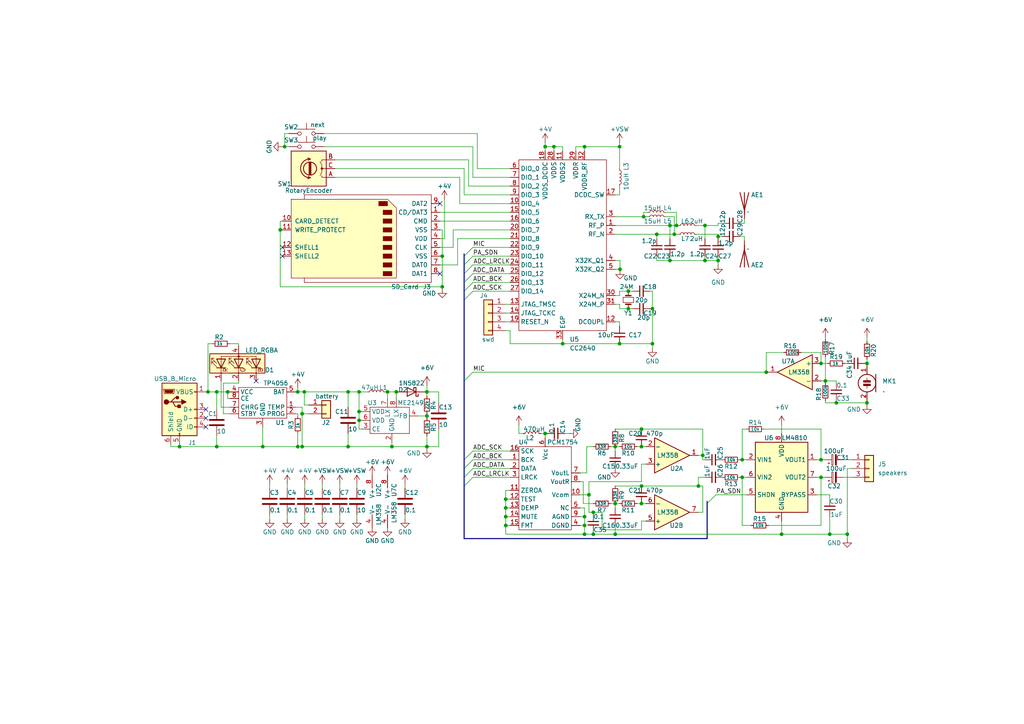
<source format=kicad_sch>
(kicad_sch (version 20211123) (generator eeschema)
  (paper "A4")
  (title_block (title "Ti wireless headphones") (date "2022-05-15") (comment 2 "Mikhail Belkin (+79609615427 dltech174@gmail.com)"))
  (junction (at 251.46 105.41))
  (junction (at 60.325 113.665))
  (junction (at 215.265 133.35))
  (junction (at 186.055 146.05))
  (junction (at 239.395 110.49))
  (junction (at 158.115 125.73))
  (junction (at 87.63 120.015))
  (junction (at 123.825 129.54))
  (junction (at 179.832 78.105))
  (junction (at 123.825 120.65))
  (junction (at 146.685 152.4))
  (junction (at 169.545 154.94))
  (junction (at 163.195 99.695))
  (junction (at 169.545 42.545))
  (junction (at 170.815 143.51))
  (junction (at 238.125 138.43))
  (junction (at 62.865 129.54))
  (junction (at 242.57 116.84))
  (junction (at 128.27 83.185))
  (junction (at 160.655 42.545))
  (junction (at 114.935 113.665))
  (junction (at 189.23 89.535))
  (junction (at 240.665 154.94))
  (junction (at 113.665 129.54))
  (junction (at 128.27 74.295))
  (junction (at 189.23 99.695))
  (junction (at 215.265 138.43))
  (junction (at 76.2 129.54))
  (junction (at 186.055 140.97))
  (junction (at 146.685 144.78))
  (junction (at 178.435 154.94))
  (junction (at 81.28 66.675))
  (junction (at 123.825 113.665))
  (junction (at 204.47 75.565))
  (junction (at 208.28 68.58))
  (junction (at 158.115 42.545))
  (junction (at 194.31 75.565))
  (junction (at 182.245 84.455))
  (junction (at 222.25 107.95))
  (junction (at 172.085 148.59))
  (junction (at 146.685 149.86))
  (junction (at 87.63 129.54))
  (junction (at 203.835 132.08))
  (junction (at 86.36 113.665))
  (junction (at 62.865 113.665))
  (junction (at 100.965 129.54))
  (junction (at 238.125 105.41))
  (junction (at 146.685 147.32))
  (junction (at 100.965 113.665))
  (junction (at 82.55 42.545))
  (junction (at 66.04 113.665))
  (junction (at 204.47 65.405))
  (junction (at 202.565 140.97))
  (junction (at 186.69 62.865))
  (junction (at 245.745 154.94))
  (junction (at 178.435 146.05))
  (junction (at 104.14 113.665))
  (junction (at 182.245 89.535))
  (junction (at 179.705 99.695))
  (junction (at 251.46 116.84))
  (junction (at 195.58 67.945))
  (junction (at 86.36 129.54))
  (junction (at 169.545 152.4))
  (junction (at 88.265 113.665))
  (junction (at 104.14 119.38))
  (junction (at 112.395 113.665))
  (junction (at 169.545 149.86))
  (junction (at 172.085 154.94))
  (junction (at 104.14 121.92))
  (junction (at 178.435 129.54))
  (junction (at 52.07 129.54))
  (junction (at 196.215 65.405))
  (junction (at 238.125 133.35))
  (junction (at 179.705 42.545))
  (junction (at 226.695 154.94))
  (junction (at 186.055 129.54))
  (junction (at 190.5 67.945))
  (junction (at 208.28 75.565))
  (junction (at 194.31 65.405))
  (junction (at 186.055 124.46))
  (no_connect (at 81.915 71.755))
  (no_connect (at 81.915 74.295))
  (no_connect (at 59.69 123.825))
  (no_connect (at 59.69 118.745))
  (no_connect (at 59.69 121.285))
  (no_connect (at 127.635 59.055))
  (no_connect (at 127.635 79.375))
  (no_connect (at 74.295 110.49))
  (bus_entry (at 134.62 110.49) (size 2.54 -2.54))
  (bus_entry (at 134.62 76.835) (size 2.54 -2.54))
  (bus_entry (at 134.62 74.295) (size 2.54 -2.54))
  (bus_entry (at 134.62 84.455) (size 2.54 -2.54))
  (bus_entry (at 134.62 86.995) (size 2.54 -2.54))
  (bus_entry (at 134.62 79.375) (size 2.54 -2.54))
  (bus_entry (at 134.62 81.915) (size 2.54 -2.54))
  (bus_entry (at 205.105 146.05) (size 2.54 -2.54))
  (bus_entry (at 134.62 135.89) (size 2.54 -2.54))
  (bus_entry (at 134.62 133.35) (size 2.54 -2.54))
  (bus_entry (at 134.62 140.97) (size 2.54 -2.54))
  (bus_entry (at 134.62 138.43) (size 2.54 -2.54))
  (wire (pts (xy 138.43 48.895) (xy 147.955 48.895)))
  (wire (pts (xy 190.5 67.945) (xy 195.58 67.945)))
  (wire (pts (xy 186.055 129.54) (xy 187.325 129.54)))
  (wire (pts (xy 193.04 62.865) (xy 195.58 62.865)))
  (wire (pts (xy 69.215 111.125) (xy 64.77 111.125)))
  (wire (pts (xy 98.552 140.335) (xy 98.552 141.605)))
  (wire (pts (xy 163.195 42.545) (xy 160.655 42.545)))
  (wire (pts (xy 103.505 149.225) (xy 103.505 150.495)))
  (wire (pts (xy 203.835 148.59) (xy 202.565 148.59)))
  (wire (pts (xy 178.435 129.54) (xy 179.705 129.54)))
  (wire (pts (xy 147.955 51.435) (xy 137.16 51.435)))
  (wire (pts (xy 239.395 110.49) (xy 239.395 111.125)))
  (wire (pts (xy 113.665 129.54) (xy 123.825 129.54)))
  (wire (pts (xy 178.435 93.345) (xy 179.705 93.345)))
  (wire (pts (xy 150.495 125.73) (xy 151.765 125.73)))
  (wire (pts (xy 179.832 78.105) (xy 179.832 78.359)))
  (wire (pts (xy 146.685 149.86) (xy 147.955 149.86)))
  (wire (pts (xy 81.28 83.185) (xy 81.28 66.675)))
  (wire (pts (xy 100.965 113.665) (xy 100.965 118.11)))
  (wire (pts (xy 163.195 99.695) (xy 179.705 99.695)))
  (wire (pts (xy 208.28 68.58) (xy 209.55 68.58)))
  (wire (pts (xy 186.055 153.67) (xy 174.625 153.67)))
  (wire (pts (xy 182.245 89.535) (xy 183.515 89.535)))
  (wire (pts (xy 123.19 113.665) (xy 123.825 113.665)))
  (wire (pts (xy 204.47 75.565) (xy 208.28 75.565)))
  (wire (pts (xy 178.435 78.105) (xy 179.832 78.105)))
  (bus (pts (xy 134.62 73.66) (xy 134.62 74.295)))
  (wire (pts (xy 251.46 116.84) (xy 242.57 116.84)))
  (wire (pts (xy 240.665 149.86) (xy 240.665 154.94)))
  (wire (pts (xy 167.005 42.545) (xy 169.545 42.545)))
  (wire (pts (xy 202.565 140.97) (xy 202.565 138.43)))
  (wire (pts (xy 179.705 56.515) (xy 179.705 53.975)))
  (wire (pts (xy 189.23 99.695) (xy 189.23 100.965)))
  (wire (pts (xy 251.46 104.14) (xy 251.46 105.41)))
  (wire (pts (xy 146.685 147.32) (xy 146.685 149.86)))
  (bus (pts (xy 134.62 86.995) (xy 134.62 110.49)))
  (wire (pts (xy 226.695 154.94) (xy 226.695 151.13)))
  (wire (pts (xy 195.58 62.865) (xy 195.58 67.945)))
  (wire (pts (xy 203.835 140.97) (xy 203.835 148.59)))
  (wire (pts (xy 78.232 149.225) (xy 78.232 150.495)))
  (wire (pts (xy 158.115 41.275) (xy 158.115 42.545)))
  (wire (pts (xy 172.085 154.305) (xy 172.085 154.94)))
  (wire (pts (xy 128.27 83.185) (xy 128.27 83.82)))
  (wire (pts (xy 179.705 84.455) (xy 182.245 84.455)))
  (wire (pts (xy 238.125 138.43) (xy 236.855 138.43)))
  (wire (pts (xy 135.89 46.355) (xy 135.89 53.975)))
  (wire (pts (xy 215.265 152.4) (xy 217.805 152.4)))
  (wire (pts (xy 187.96 61.595) (xy 186.69 61.595)))
  (wire (pts (xy 239.395 110.49) (xy 242.57 110.49)))
  (wire (pts (xy 137.16 74.295) (xy 147.955 74.295)))
  (wire (pts (xy 114.935 113.665) (xy 115.57 113.665)))
  (wire (pts (xy 146.685 142.24) (xy 147.955 142.24)))
  (wire (pts (xy 127.254 129.54) (xy 127.254 124.46)))
  (wire (pts (xy 137.16 51.435) (xy 137.16 42.545)))
  (wire (pts (xy 104.775 119.38) (xy 104.14 119.38)))
  (wire (pts (xy 208.28 75.565) (xy 208.28 74.295)))
  (wire (pts (xy 127.635 61.595) (xy 147.955 61.595)))
  (bus (pts (xy 134.62 84.455) (xy 134.62 86.995)))
  (wire (pts (xy 204.47 75.565) (xy 204.47 74.295)))
  (wire (pts (xy 215.265 138.43) (xy 216.535 138.43)))
  (wire (pts (xy 178.435 85.725) (xy 179.705 85.725)))
  (wire (pts (xy 208.28 67.945) (xy 208.28 68.58)))
  (wire (pts (xy 147.955 66.675) (xy 131.445 66.675)))
  (wire (pts (xy 62.865 126.365) (xy 62.865 129.54)))
  (bus (pts (xy 134.62 81.915) (xy 134.62 84.455)))
  (wire (pts (xy 215.265 124.46) (xy 216.535 124.46)))
  (wire (pts (xy 178.435 124.46) (xy 186.055 124.46)))
  (wire (pts (xy 103.505 141.605) (xy 103.505 140.335)))
  (wire (pts (xy 179.705 88.265) (xy 179.705 89.535)))
  (wire (pts (xy 203.835 132.08) (xy 203.835 133.35)))
  (wire (pts (xy 117.475 141.605) (xy 117.475 140.335)))
  (wire (pts (xy 76.2 129.54) (xy 86.36 129.54)))
  (wire (pts (xy 186.055 146.05) (xy 187.325 146.05)))
  (wire (pts (xy 93.98 42.545) (xy 137.16 42.545)))
  (bus (pts (xy 134.62 76.835) (xy 134.62 79.375)))
  (wire (pts (xy 69.215 99.695) (xy 66.675 99.695)))
  (wire (pts (xy 240.665 143.51) (xy 240.665 144.78)))
  (wire (pts (xy 179.832 75.565) (xy 179.832 78.105)))
  (wire (pts (xy 78.232 140.335) (xy 78.232 141.605)))
  (wire (pts (xy 201.93 67.945) (xy 208.28 67.945)))
  (bus (pts (xy 134.62 79.375) (xy 134.62 81.915)))
  (wire (pts (xy 227.33 102.235) (xy 222.25 102.235)))
  (wire (pts (xy 194.31 69.215) (xy 194.31 65.405)))
  (wire (pts (xy 87.63 120.015) (xy 87.63 129.54)))
  (wire (pts (xy 178.435 56.515) (xy 179.705 56.515)))
  (wire (pts (xy 177.165 146.05) (xy 178.435 146.05)))
  (wire (pts (xy 87.63 129.54) (xy 100.965 129.54)))
  (wire (pts (xy 163.195 43.815) (xy 163.195 42.545)))
  (wire (pts (xy 169.545 152.4) (xy 169.545 154.94)))
  (wire (pts (xy 189.23 89.535) (xy 189.23 84.455)))
  (wire (pts (xy 146.685 147.32) (xy 147.955 147.32)))
  (wire (pts (xy 146.685 144.78) (xy 147.955 144.78)))
  (wire (pts (xy 174.625 153.67) (xy 174.625 148.59)))
  (wire (pts (xy 169.164 139.7) (xy 168.275 139.7)))
  (wire (pts (xy 186.055 140.97) (xy 202.565 140.97)))
  (wire (pts (xy 239.395 116.84) (xy 242.57 116.84)))
  (wire (pts (xy 203.835 124.46) (xy 203.835 132.08)))
  (wire (pts (xy 244.475 138.43) (xy 247.015 138.43)))
  (wire (pts (xy 100.965 129.54) (xy 113.665 129.54)))
  (wire (pts (xy 128.27 83.185) (xy 81.28 83.185)))
  (wire (pts (xy 226.695 123.19) (xy 226.695 125.73)))
  (wire (pts (xy 240.665 154.94) (xy 245.745 154.94)))
  (wire (pts (xy 86.36 113.665) (xy 88.265 113.665)))
  (wire (pts (xy 88.265 117.475) (xy 88.265 113.665)))
  (wire (pts (xy 49.53 129.54) (xy 52.07 129.54)))
  (wire (pts (xy 88.265 113.665) (xy 100.965 113.665)))
  (wire (pts (xy 194.31 65.405) (xy 196.215 65.405)))
  (wire (pts (xy 146.685 144.78) (xy 146.685 147.32)))
  (wire (pts (xy 100.965 113.665) (xy 104.14 113.665)))
  (wire (pts (xy 81.28 64.135) (xy 81.28 66.675)))
  (wire (pts (xy 158.115 125.73) (xy 156.845 125.73)))
  (wire (pts (xy 251.46 116.205) (xy 251.46 116.84)))
  (wire (pts (xy 186.69 62.865) (xy 187.96 62.865)))
  (bus (pts (xy 134.62 133.35) (xy 134.62 135.89)))
  (wire (pts (xy 132.715 69.215) (xy 147.955 69.215)))
  (wire (pts (xy 137.16 133.35) (xy 147.955 133.35)))
  (wire (pts (xy 61.595 99.695) (xy 60.325 99.695)))
  (wire (pts (xy 186.055 124.46) (xy 203.835 124.46)))
  (wire (pts (xy 169.545 149.86) (xy 169.545 152.4)))
  (wire (pts (xy 238.125 110.49) (xy 239.395 110.49)))
  (wire (pts (xy 64.77 111.125) (xy 64.77 120.015)))
  (wire (pts (xy 168.275 137.16) (xy 170.18 137.16)))
  (wire (pts (xy 178.435 75.565) (xy 179.832 75.565)))
  (wire (pts (xy 242.57 116.205) (xy 242.57 116.84)))
  (wire (pts (xy 170.815 139.7) (xy 170.815 143.51)))
  (wire (pts (xy 117.475 149.225) (xy 117.475 150.495)))
  (wire (pts (xy 127.635 66.675) (xy 128.27 66.675)))
  (wire (pts (xy 83.312 140.335) (xy 83.312 141.605)))
  (wire (pts (xy 66.04 115.57) (xy 66.04 113.665)))
  (wire (pts (xy 236.855 143.51) (xy 240.665 143.51)))
  (wire (pts (xy 104.775 121.92) (xy 104.14 121.92)))
  (wire (pts (xy 245.11 105.41) (xy 245.745 105.41)))
  (wire (pts (xy 127.635 64.135) (xy 147.955 64.135)))
  (wire (pts (xy 179.705 93.345) (xy 179.705 94.615)))
  (wire (pts (xy 146.685 142.24) (xy 146.685 144.78)))
  (wire (pts (xy 69.215 100.33) (xy 69.215 99.695)))
  (wire (pts (xy 104.14 113.665) (xy 106.68 113.665)))
  (wire (pts (xy 137.16 138.43) (xy 147.955 138.43)))
  (wire (pts (xy 186.055 151.13) (xy 187.325 151.13)))
  (wire (pts (xy 169.164 146.05) (xy 169.164 139.7)))
  (wire (pts (xy 238.125 102.235) (xy 238.125 105.41)))
  (wire (pts (xy 62.865 113.665) (xy 66.04 113.665)))
  (wire (pts (xy 194.31 75.565) (xy 204.47 75.565)))
  (wire (pts (xy 62.865 129.54) (xy 76.2 129.54)))
  (bus (pts (xy 134.62 135.89) (xy 134.62 138.43)))
  (wire (pts (xy 247.015 135.89) (xy 245.745 135.89)))
  (wire (pts (xy 93.98 38.735) (xy 138.43 38.735)))
  (wire (pts (xy 214.63 138.43) (xy 215.265 138.43)))
  (wire (pts (xy 186.055 151.13) (xy 186.055 153.67)))
  (wire (pts (xy 66.04 113.665) (xy 66.675 113.665)))
  (wire (pts (xy 158.115 127) (xy 158.115 125.73)))
  (wire (pts (xy 189.23 99.695) (xy 189.23 89.535)))
  (wire (pts (xy 158.115 125.73) (xy 158.75 125.73)))
  (bus (pts (xy 134.62 74.295) (xy 134.62 76.835)))
  (wire (pts (xy 238.125 138.43) (xy 238.125 152.4)))
  (wire (pts (xy 147.955 59.055) (xy 133.35 59.055)))
  (wire (pts (xy 202.565 138.43) (xy 204.47 138.43)))
  (wire (pts (xy 81.915 42.545) (xy 82.55 42.545)))
  (wire (pts (xy 66.675 115.57) (xy 66.04 115.57)))
  (wire (pts (xy 204.47 65.405) (xy 208.28 65.405)))
  (wire (pts (xy 194.31 74.295) (xy 194.31 75.565)))
  (wire (pts (xy 85.725 118.11) (xy 87.63 118.11)))
  (wire (pts (xy 215.9 68.58) (xy 215.9 69.85)))
  (wire (pts (xy 239.395 103.505) (xy 239.395 110.49)))
  (wire (pts (xy 104.14 124.46) (xy 104.14 121.92)))
  (wire (pts (xy 202.565 140.97) (xy 203.835 140.97)))
  (wire (pts (xy 244.475 133.35) (xy 247.015 133.35)))
  (wire (pts (xy 123.825 113.665) (xy 127.254 113.665)))
  (wire (pts (xy 97.155 46.355) (xy 135.89 46.355)))
  (wire (pts (xy 86.36 120.65) (xy 86.36 120.015)))
  (wire (pts (xy 146.685 93.345) (xy 147.955 93.345)))
  (wire (pts (xy 59.69 113.665) (xy 60.325 113.665)))
  (wire (pts (xy 123.825 120.65) (xy 123.825 121.285)))
  (wire (pts (xy 222.885 152.4) (xy 238.125 152.4)))
  (wire (pts (xy 190.5 74.295) (xy 190.5 75.565)))
  (wire (pts (xy 66.675 118.11) (xy 64.135 118.11)))
  (wire (pts (xy 150.495 123.19) (xy 150.495 125.73)))
  (wire (pts (xy 215.265 138.43) (xy 215.265 152.4)))
  (wire (pts (xy 250.825 105.41) (xy 251.46 105.41)))
  (wire (pts (xy 238.125 124.46) (xy 238.125 133.35)))
  (wire (pts (xy 146.685 149.86) (xy 146.685 152.4)))
  (wire (pts (xy 112.395 113.665) (xy 112.395 115.57)))
  (wire (pts (xy 146.685 90.805) (xy 147.955 90.805)))
  (wire (pts (xy 214.63 64.77) (xy 215.9 64.77)))
  (wire (pts (xy 133.35 51.435) (xy 133.35 59.055)))
  (wire (pts (xy 169.164 146.05) (xy 172.085 146.05)))
  (wire (pts (xy 184.785 146.05) (xy 186.055 146.05)))
  (wire (pts (xy 81.28 66.675) (xy 81.915 66.675)))
  (wire (pts (xy 97.155 48.895) (xy 134.62 48.895)))
  (wire (pts (xy 242.57 110.49) (xy 242.57 111.125)))
  (wire (pts (xy 98.552 149.225) (xy 98.552 150.495)))
  (wire (pts (xy 52.07 128.905) (xy 52.07 129.54)))
  (wire (pts (xy 52.07 129.54) (xy 62.865 129.54)))
  (wire (pts (xy 178.435 154.94) (xy 172.085 154.94)))
  (wire (pts (xy 88.392 149.225) (xy 88.392 150.495)))
  (wire (pts (xy 215.9 64.77) (xy 215.9 63.5)))
  (wire (pts (xy 245.745 154.94) (xy 245.745 156.21)))
  (wire (pts (xy 179.705 42.545) (xy 169.545 42.545)))
  (wire (pts (xy 215.265 133.35) (xy 216.535 133.35)))
  (wire (pts (xy 137.16 130.81) (xy 147.955 130.81)))
  (wire (pts (xy 196.215 65.405) (xy 196.85 65.405)))
  (wire (pts (xy 137.16 76.835) (xy 147.955 76.835)))
  (wire (pts (xy 168.275 143.51) (xy 170.815 143.51)))
  (wire (pts (xy 178.435 146.05) (xy 179.705 146.05)))
  (wire (pts (xy 82.55 38.735) (xy 82.55 42.545)))
  (wire (pts (xy 178.435 146.05) (xy 178.435 147.32)))
  (wire (pts (xy 114.935 113.665) (xy 114.935 115.57)))
  (wire (pts (xy 238.125 133.35) (xy 239.395 133.35)))
  (wire (pts (xy 174.625 148.59) (xy 172.085 148.59)))
  (bus (pts (xy 205.105 146.05) (xy 205.105 156.21)))
  (wire (pts (xy 87.63 118.11) (xy 87.63 120.015)))
  (wire (pts (xy 86.36 112.395) (xy 86.36 113.665)))
  (wire (pts (xy 226.695 154.94) (xy 240.665 154.94)))
  (bus (pts (xy 205.105 145.415) (xy 205.105 146.05)))
  (wire (pts (xy 127.635 71.755) (xy 131.445 71.755)))
  (wire (pts (xy 127.254 113.665) (xy 127.254 116.84)))
  (wire (pts (xy 221.615 124.46) (xy 238.125 124.46)))
  (wire (pts (xy 87.63 129.54) (xy 86.36 129.54)))
  (bus (pts (xy 134.62 110.49) (xy 134.62 133.35)))
  (wire (pts (xy 169.545 42.545) (xy 169.545 43.815)))
  (wire (pts (xy 127.635 69.215) (xy 128.905 69.215)))
  (wire (pts (xy 186.055 134.62) (xy 186.055 139.7)))
  (wire (pts (xy 188.595 84.455) (xy 189.23 84.455)))
  (wire (pts (xy 60.325 99.695) (xy 60.325 113.665)))
  (wire (pts (xy 86.36 129.54) (xy 86.36 125.73)))
  (wire (pts (xy 158.115 42.545) (xy 160.655 42.545)))
  (wire (pts (xy 137.16 81.915) (xy 147.955 81.915)))
  (wire (pts (xy 104.775 124.46) (xy 104.14 124.46)))
  (wire (pts (xy 86.36 120.015) (xy 85.725 120.015)))
  (wire (pts (xy 251.46 105.41) (xy 251.46 106.045)))
  (wire (pts (xy 128.27 66.675) (xy 128.27 74.295)))
  (wire (pts (xy 113.665 128.27) (xy 113.665 129.54)))
  (wire (pts (xy 128.27 74.295) (xy 128.27 83.185)))
  (wire (pts (xy 93.472 149.225) (xy 93.472 150.495)))
  (wire (pts (xy 172.085 129.54) (xy 170.18 129.54)))
  (wire (pts (xy 138.43 38.735) (xy 138.43 48.895)))
  (wire (pts (xy 222.25 102.235) (xy 222.25 107.95)))
  (wire (pts (xy 137.16 135.89) (xy 147.955 135.89)))
  (wire (pts (xy 128.27 74.295) (xy 127.635 74.295)))
  (wire (pts (xy 178.435 154.94) (xy 226.695 154.94)))
  (wire (pts (xy 215.265 124.46) (xy 215.265 133.35)))
  (wire (pts (xy 93.472 140.335) (xy 93.472 141.605)))
  (wire (pts (xy 204.47 65.405) (xy 201.93 65.405)))
  (wire (pts (xy 184.785 129.54) (xy 186.055 129.54)))
  (wire (pts (xy 182.245 84.455) (xy 183.515 84.455)))
  (wire (pts (xy 172.085 148.59) (xy 172.085 149.225)))
  (wire (pts (xy 64.135 118.11) (xy 64.135 110.49)))
  (wire (pts (xy 168.275 149.86) (xy 169.545 149.86)))
  (wire (pts (xy 146.685 95.885) (xy 147.955 95.885)))
  (wire (pts (xy 208.28 75.565) (xy 208.28 76.835)))
  (wire (pts (xy 168.275 152.4) (xy 169.545 152.4)))
  (wire (pts (xy 158.115 43.815) (xy 158.115 42.545)))
  (wire (pts (xy 204.47 69.215) (xy 204.47 65.405)))
  (wire (pts (xy 88.392 140.335) (xy 88.392 141.605)))
  (wire (pts (xy 238.125 138.43) (xy 239.395 138.43)))
  (wire (pts (xy 169.545 147.32) (xy 168.275 147.32)))
  (wire (pts (xy 178.435 65.405) (xy 194.31 65.405)))
  (wire (pts (xy 81.915 64.135) (xy 81.28 64.135)))
  (wire (pts (xy 222.25 107.95) (xy 222.885 107.95)))
  (wire (pts (xy 214.63 68.58) (xy 215.9 68.58)))
  (wire (pts (xy 146.685 152.4) (xy 147.955 152.4)))
  (wire (pts (xy 64.77 120.015) (xy 66.675 120.015)))
  (wire (pts (xy 123.825 126.365) (xy 123.825 129.54)))
  (wire (pts (xy 170.18 129.54) (xy 170.18 137.16)))
  (wire (pts (xy 104.14 113.665) (xy 104.14 119.38)))
  (wire (pts (xy 169.545 149.86) (xy 169.545 147.32)))
  (wire (pts (xy 179.705 48.895) (xy 179.705 42.545)))
  (wire (pts (xy 208.28 65.405) (xy 208.28 64.77)))
  (wire (pts (xy 60.325 113.665) (xy 62.865 113.665)))
  (wire (pts (xy 203.835 132.08) (xy 202.565 132.08)))
  (wire (pts (xy 193.04 61.595) (xy 196.215 61.595)))
  (wire (pts (xy 172.085 148.59) (xy 170.815 148.59)))
  (bus (pts (xy 134.62 140.97) (xy 134.62 156.21)))
  (wire (pts (xy 146.685 152.4) (xy 146.685 154.94)))
  (wire (pts (xy 188.595 89.535) (xy 189.23 89.535)))
  (wire (pts (xy 195.58 67.945) (xy 196.85 67.945)))
  (wire (pts (xy 207.645 143.51) (xy 216.535 143.51)))
  (wire (pts (xy 163.195 98.425) (xy 163.195 99.695)))
  (wire (pts (xy 178.435 129.54) (xy 178.435 130.81)))
  (wire (pts (xy 87.63 120.015) (xy 89.535 120.015)))
  (wire (pts (xy 82.55 42.545) (xy 83.82 42.545)))
  (wire (pts (xy 134.62 56.515) (xy 147.955 56.515)))
  (wire (pts (xy 123.825 129.54) (xy 127.254 129.54)))
  (wire (pts (xy 112.395 113.665) (xy 114.935 113.665)))
  (wire (pts (xy 187.325 134.62) (xy 186.055 134.62)))
  (wire (pts (xy 100.965 125.73) (xy 100.965 129.54)))
  (wire (pts (xy 123.825 111.76) (xy 123.825 113.665)))
  (wire (pts (xy 178.435 88.265) (xy 179.705 88.265)))
  (wire (pts (xy 251.46 97.79) (xy 251.46 99.06)))
  (wire (pts (xy 131.445 66.675) (xy 131.445 71.755)))
  (wire (pts (xy 137.16 79.375) (xy 147.955 79.375)))
  (wire (pts (xy 76.2 129.54) (xy 76.2 123.825)))
  (wire (pts (xy 178.435 62.865) (xy 186.69 62.865)))
  (wire (pts (xy 203.835 133.35) (xy 204.47 133.35)))
  (wire (pts (xy 196.215 61.595) (xy 196.215 65.405)))
  (wire (pts (xy 179.705 99.695) (xy 189.23 99.695)))
  (wire (pts (xy 186.69 61.595) (xy 186.69 62.865)))
  (wire (pts (xy 170.815 139.7) (xy 186.055 139.7)))
  (wire (pts (xy 69.215 111.125) (xy 69.215 110.49)))
  (wire (pts (xy 123.825 113.665) (xy 123.825 114.935)))
  (wire (pts (xy 111.76 113.665) (xy 112.395 113.665)))
  (wire (pts (xy 238.125 133.35) (xy 236.855 133.35)))
  (wire (pts (xy 134.62 48.895) (xy 134.62 56.515)))
  (wire (pts (xy 190.5 75.565) (xy 194.31 75.565)))
  (wire (pts (xy 146.685 88.265) (xy 147.955 88.265)))
  (wire (pts (xy 177.165 129.54) (xy 178.435 129.54)))
  (bus (pts (xy 134.62 156.21) (xy 205.105 156.21)))
  (wire (pts (xy 238.125 105.41) (xy 240.03 105.41)))
  (wire (pts (xy 89.535 117.475) (xy 88.265 117.475)))
  (wire (pts (xy 167.005 43.815) (xy 167.005 42.545)))
  (wire (pts (xy 178.435 152.4) (xy 178.435 154.94)))
  (wire (pts (xy 178.435 140.97) (xy 186.055 140.97)))
  (wire (pts (xy 172.085 154.94) (xy 169.545 154.94)))
  (wire (pts (xy 239.395 116.205) (xy 239.395 116.84)))
  (wire (pts (xy 232.41 102.235) (xy 238.125 102.235)))
  (wire (pts (xy 251.46 116.84) (xy 251.46 117.475)))
  (wire (pts (xy 123.825 129.54) (xy 123.825 130.175)))
  (wire (pts (xy 147.955 53.975) (xy 135.89 53.975)))
  (wire (pts (xy 190.5 69.215) (xy 190.5 67.945)))
  (wire (pts (xy 127.635 76.835) (xy 132.715 76.835)))
  (wire (pts (xy 170.815 148.59) (xy 170.815 143.51)))
  (wire (pts (xy 82.55 38.735) (xy 83.82 38.735)))
  (wire (pts (xy 49.53 128.905) (xy 49.53 129.54)))
  (wire (pts (xy 208.28 64.77) (xy 209.55 64.77)))
  (wire (pts (xy 85.725 113.665) (xy 86.36 113.665)))
  (wire (pts (xy 179.705 41.275) (xy 179.705 42.545)))
  (wire (pts (xy 121.285 120.65) (xy 123.825 120.65)))
  (wire (pts (xy 104.14 119.38) (xy 104.14 121.92)))
  (wire (pts (xy 132.715 76.835) (xy 132.715 69.215)))
  (wire (pts (xy 137.16 84.455) (xy 147.955 84.455)))
  (wire (pts (xy 97.155 51.435) (xy 133.35 51.435)))
  (wire (pts (xy 239.395 97.79) (xy 239.395 98.425)))
  (wire (pts (xy 147.955 95.885) (xy 147.955 99.695)))
  (wire (pts (xy 62.865 113.665) (xy 62.865 118.745)))
  (bus (pts (xy 134.62 138.43) (xy 134.62 140.97)))
  (wire (pts (xy 179.705 85.725) (xy 179.705 84.455)))
  (wire (pts (xy 146.685 154.94) (xy 169.545 154.94)))
  (wire (pts (xy 137.16 71.755) (xy 147.955 71.755)))
  (wire (pts (xy 163.83 125.73) (xy 165.1 125.73)))
  (wire (pts (xy 147.955 99.695) (xy 163.195 99.695)))
  (wire (pts (xy 245.745 135.89) (xy 245.745 154.94)))
  (wire (pts (xy 160.655 42.545) (xy 160.655 43.815)))
  (wire (pts (xy 83.312 149.225) (xy 83.312 150.495)))
  (wire (pts (xy 128.905 69.215) (xy 128.905 57.785)))
  (wire (pts (xy 123.825 120.015) (xy 123.825 120.65)))
  (wire (pts (xy 178.435 67.945) (xy 190.5 67.945)))
  (wire (pts (xy 137.16 107.95) (xy 222.25 107.95)))
  (wire (pts (xy 214.63 133.35) (xy 215.265 133.35)))
  (wire (pts (xy 208.28 68.58) (xy 208.28 69.215)))
  (wire (pts (xy 179.705 89.535) (xy 182.245 89.535)))
  (label "PA_SDN" (at 207.645 143.51 0))
  (label "ADC_BCK" (at 137.16 81.915 0))
  (label "ADC_DATA" (at 137.16 79.375 0))
  (label "ADC_DATA" (at 137.16 135.89 0))
  (label "ADC_BCK" (at 137.16 133.35 0))
  (label "ADC_SCK" (at 137.16 130.81 0))
  (label "MIC" (at 137.16 107.95 0))
  (label "ADC_SCK" (at 137.16 84.455 0))
  (label "ADC_LRCLK" (at 137.287 76.835 0))
  (label "ADC_LRCLK" (at 137.16 138.43 0))
  (label "MIC" (at 137.16 71.755 0))
  (label "PA_SDN" (at 137.16 74.295 0))
  (symbol (lib_id "Device:R_Small") (at 174.625 146.05 90) (unit 1)
    (property "Reference" "R7" (at 175.895 147.955 90) (effects (justify left)))
    (property "Value" "33R" (at 175.895 146.05 90) (effects (font (size 0.9 0.9)) (justify left)))
    (property "Footprint" "Resistor_SMD:R_0402_1005Metric" (effects hide))
  )
  (symbol (lib_id "Device:Crystal_Small") (at 182.245 86.995 90) (unit 1)
    (property "Reference" "Y1" (at 180.975 90.805 90) (effects (justify right)))
    (property "Value" "24M" (at 179.705 83.185 90) (effects (justify right)))
    (property "Footprint" "Crystal:Crystal_SMD_5032-2Pin_5.0x3.2mm" (effects hide))
  )
  (symbol (lib_id "Device:C_Small") (at 208.28 71.755 0) (unit 1)
    (property "Reference" "C27" (at 208.28 74.295 0) (effects (justify left)))
    (property "Value" "1.2p" (at 208.28 70.485 0) (effects (justify left)))
    (property "Footprint" "Capacitor_SMD:C_0603_1608Metric" (effects hide))
  )
  (symbol (lib_id "Device:C_Small") (at 186.055 143.51 0) (unit 1)
    (property "Reference" "C21" (at 182.245 142.24 0) (effects (justify left)))
    (property "Value" "470p" (at 187.325 142.24 0) (effects (justify left)))
    (property "Footprint" "Capacitor_SMD:C_0603_1608Metric" (effects hide))
  )
  (symbol (lib_id "power:GND") (at 93.472 150.495 0) (unit 1)
    (property "Reference" "#PWR010" (effects hide))
    (property "Value" "GND" (at 93.472 154.305 0))
  )
  (symbol (lib_id "Device:R_Small") (at 182.245 129.54 90) (unit 1)
    (property "Reference" "R10" (at 184.15 131.445 90) (effects (justify left)))
    (property "Value" "10k" (at 183.515 129.54 90) (effects (font (size 0.9 0.9)) (justify left)))
    (property "Footprint" "Resistor_SMD:R_0402_1005Metric" (effects hide))
  )
  (symbol (lib_id "Amplifier_Operational:LM358") (at 194.945 132.08 0) (mirror x) (unit 1)
    (property "Reference" "U2" (at 196.215 135.89 0))
    (property "Value" "LM358" (at 193.675 132.08 0))
    (property "Footprint" "Package_SO:SOIC-8_3.9x4.9mm_P1.27mm" (effects hide))
    (property "Datasheet" "http://www.ti.com/lit/ds/symlink/lm2904-n.pdf" (effects hide))
  )
  (symbol (lib_id "Device:R_Small") (at 219.075 124.46 90) (unit 1)
    (property "Reference" "R14" (at 220.98 122.555 90) (effects (justify left)))
    (property "Value" "10k" (at 220.345 124.46 90) (effects (font (size 0.9 0.9)) (justify left)))
    (property "Footprint" "Resistor_SMD:R_0402_1005Metric" (effects hide))
  )
  (symbol (lib_id "Device:D_Schottky") (at 119.38 113.665 180) (unit 1)
    (property "Reference" "D2" (at 116.84 113.03 0))
    (property "Value" "1N5822" (at 119.38 111.125 0))
    (property "Footprint" "Diode_SMD:D_SMA" (effects hide))
  )
  (symbol (lib_id "Device:R_Small") (at 242.57 105.41 90) (unit 1)
    (property "Reference" "R19" (at 244.475 103.505 90) (effects (justify left)))
    (property "Value" "1k" (at 243.205 105.41 90) (effects (font (size 0.9 0.9)) (justify left)))
    (property "Footprint" "Resistor_SMD:R_0402_1005Metric" (effects hide))
  )
  (symbol (lib_id "power:GND") (at 81.915 42.545 270) (unit 1)
    (property "Reference" "#PWR024" (effects hide))
    (property "Value" "GND" (at 78.105 42.545 0))
  )
  (symbol (lib_id "Device:C") (at 98.552 145.415 0) (unit 1)
    (property "Reference" "C7" (at 98.552 142.875 0) (effects (justify left)))
    (property "Value" "0.1" (at 98.552 147.955 0) (effects (justify left)))
    (property "Footprint" "Capacitor_SMD:C_0402_1005Metric" (effects hide))
  )
  (symbol (lib_id "Device:C") (at 117.475 145.415 0) (unit 1)
    (property "Reference" "C12" (at 117.475 142.875 0) (effects (justify left)))
    (property "Value" "0.1" (at 117.475 147.955 0) (effects (justify left)))
    (property "Footprint" "Capacitor_SMD:C_0402_1005Metric" (effects hide))
  )
  (symbol (lib_id "Device:R_Small") (at 239.395 113.665 180) (unit 1)
    (property "Reference" "R18" (at 237.49 112.395 90) (effects (justify left)))
    (property "Value" "100k" (at 239.395 111.76 90) (effects (font (size 0.9 0.9)) (justify left)))
    (property "Footprint" "Resistor_SMD:R_0402_1005Metric" (effects hide))
  )
  (symbol (lib_id "power:GND") (at 112.395 153.035 0) (unit 1)
    (property "Reference" "#PWR0101" (effects hide))
    (property "Value" "GND" (at 112.395 156.845 0))
  )
  (symbol (lib_id "Device:C_Small") (at 190.5 71.755 0) (unit 1)
    (property "Reference" "C22" (at 186.69 74.295 0) (effects (justify left)))
    (property "Value" "1.2p" (at 186.055 69.85 0) (effects (justify left)))
    (property "Footprint" "Capacitor_SMD:C_0603_1608Metric" (effects hide))
  )
  (symbol (lib_id "power:+6V") (at 150.495 123.19 0) (unit 1)
    (property "Reference" "#PWR033" (effects hide))
    (property "Value" "+6V" (at 150.495 118.11 0))
  )
  (symbol (lib_id "Device:C") (at 83.312 145.415 0) (unit 1)
    (property "Reference" "C4" (at 83.312 142.875 0) (effects (justify left)))
    (property "Value" "0.1" (at 83.312 147.955 0) (effects (justify left)))
    (property "Footprint" "Capacitor_SMD:C_0402_1005Metric" (effects hide))
  )
  (symbol (lib_id "power:GND") (at 88.392 150.495 0) (unit 1)
    (property "Reference" "#PWR08" (effects hide))
    (property "Value" "GND" (at 88.392 154.305 0))
  )
  (symbol (lib_id "Device:R_Small") (at 86.36 123.19 180) (unit 1)
    (property "Reference" "R3" (at 84.455 121.92 90) (effects (justify left)))
    (property "Value" "1k" (at 86.36 122.555 90) (effects (font (size 0.9 0.9)) (justify left)))
    (property "Footprint" "Resistor_SMD:R_0402_1005Metric" (effects hide))
  )
  (symbol (lib_id "Device:R_Small") (at 220.345 152.4 90) (unit 1)
    (property "Reference" "R15" (at 222.25 150.495 90) (effects (justify left)))
    (property "Value" "10k" (at 221.615 152.4 90) (effects (font (size 0.9 0.9)) (justify left)))
    (property "Footprint" "Resistor_SMD:R_0402_1005Metric" (effects hide))
  )
  (symbol (lib_id "Switch:SW_Push") (at 88.9 38.735 0) (unit 1)
    (property "Reference" "SW2" (at 84.455 36.83 0))
    (property "Value" "next" (at 92.075 36.195 0))
    (property "Footprint" "Button_Switch_THT:SW_PUSH_6mm" (effects hide))
  )
  (symbol (lib_id "power:GND") (at 83.312 150.495 0) (unit 1)
    (property "Reference" "#PWR06" (effects hide))
    (property "Value" "GND" (at 83.312 154.305 0))
  )
  (symbol (lib_id "Connector:SD_Card") (at 104.775 69.215 0) (mirror y) (unit 1)
    (property "Reference" "J3" (at 123.825 83.185 0))
    (property "Value" "SD_Card" (at 117.475 83.185 0))
    (property "Footprint" "Connector_Card:SD_Hirose_DM1AA_SF_PEJ82" (effects hide))
    (property "Datasheet" "http://portal.fciconnect.com/Comergent//fci/drawing/10067847.pdf" (effects hide))
  )
  (symbol (lib_id "Device:C") (at 78.232 145.415 0) (unit 1)
    (property "Reference" "C3" (at 78.232 142.875 0) (effects (justify left)))
    (property "Value" "0.1" (at 78.232 147.955 0) (effects (justify left)))
    (property "Footprint" "Capacitor_SMD:C_0402_1005Metric" (effects hide))
  )
  (symbol (lib_id "power:GND") (at 78.232 150.495 0) (unit 1)
    (property "Reference" "#PWR04" (effects hide))
    (property "Value" "GND" (at 78.232 154.305 0))
  )
  (symbol (lib_id "Device:R_Small") (at 123.825 123.825 180) (unit 1)
    (property "Reference" "R5" (at 125.73 122.555 90) (effects (justify left)))
    (property "Value" "10k" (at 123.825 122.555 90) (effects (font (size 0.9 0.9)) (justify left)))
    (property "Footprint" "Resistor_SMD:R_0402_1005Metric" (effects hide))
  )
  (symbol (lib_id "power:GND") (at 165.1 125.73 90) (unit 1)
    (property "Reference" "#PWR035" (effects hide))
    (property "Value" "GND" (at 167.64 123.19 0))
  )
  (symbol (lib_id "power:+VSW") (at 93.472 140.335 0) (unit 1)
    (property "Reference" "#PWR09" (effects hide))
    (property "Value" "+VSW" (at 93.472 136.525 0))
  )
  (symbol (lib_id "Device:Microphone_Condenser") (at 251.46 111.125 180) (unit 1)
    (property "Reference" "MK1" (at 255.905 110.5534 0) (effects (justify right)))
    (property "Value" "." (at 255.905 113.0934 0) (effects (justify right)))
    (property "Footprint" "Capacitor_THT:CP_Radial_D5.0mm_P2.50mm" (effects hide))
  )
  (symbol (lib_id "Device:C") (at 103.505 145.415 0) (unit 1)
    (property "Reference" "C9" (at 103.505 142.875 0) (effects (justify left)))
    (property "Value" "10" (at 103.505 147.955 0) (effects (justify left)))
    (property "Footprint" "Capacitor_SMD:C_0805_2012Metric" (effects hide))
  )
  (symbol (lib_id "power:+6V") (at 123.825 111.76 0) (unit 1)
    (property "Reference" "#PWR029" (effects hide))
    (property "Value" "+6V" (at 123.825 106.68 0))
  )
  (symbol (lib_id "Device:R_Small") (at 178.435 127 180) (unit 1)
    (property "Reference" "R8" (at 180.34 125.73 90) (effects (justify left)))
    (property "Value" "33R" (at 178.435 125.73 90) (effects (font (size 0.9 0.9)) (justify left)))
    (property "Footprint" "Resistor_SMD:R_0402_1005Metric" (effects hide))
  )
  (symbol (lib_id "Device:C") (at 100.965 121.92 0) (unit 1)
    (property "Reference" "C11" (at 97.155 119.38 0) (effects (justify left)))
    (property "Value" "10" (at 100.965 124.46 0) (effects (justify left)))
    (property "Footprint" "Capacitor_SMD:C_0805_2012Metric" (effects hide))
  )
  (symbol (lib_id "Device:Antenna") (at 215.9 74.93 180) (unit 1)
    (property "Reference" "AE2" (at 217.805 76.835 0) (effects (justify right)))
    (property "Value" "." (at 216.535 71.755 0) (effects (justify right)))
    (property "Footprint" "Connector_Wire:SolderWirePad_1x01_SMD_1x2mm" (effects hide))
  )
  (symbol (lib_id "power:GND") (at 208.28 76.835 0) (unit 1)
    (property "Reference" "#PWR039" (effects hide))
    (property "Value" "GND" (at 208.28 81.915 0))
  )
  (symbol (lib_id "power:GND") (at 128.27 83.82 0) (unit 1)
    (property "Reference" "#PWR031" (effects hide))
    (property "Value" "GND" (at 124.46 85.09 0))
  )
  (symbol (lib_id "Device:L_Small") (at 199.39 65.405 270) (mirror x) (unit 1)
    (property "Reference" "L6" (at 197.485 64.135 90) (effects (justify left)))
    (property "Value" "2uH" (at 200.025 64.135 90) (effects (justify left)))
    (property "Footprint" "Inductor_SMD:L_0603_1608Metric" (effects hide))
  )
  (symbol (lib_id "Device:C_Polarized_Small") (at 241.935 138.43 90) (unit 1)
    (property "Reference" "C32" (at 241.935 140.97 90))
    (property "Value" "100uF" (at 242.57 135.89 90))
    (property "Footprint" "Capacitor_Tantalum_SMD:CP_EIA-3216-10_Kemet-I" (effects hide))
  )
  (symbol (lib_id "power:+4V") (at 83.312 140.335 0) (unit 1)
    (property "Reference" "#PWR05" (effects hide))
    (property "Value" "+4V" (at 83.312 136.525 0))
  )
  (symbol (lib_id "Device:L_Small") (at 199.39 67.945 270) (mirror x) (unit 1)
    (property "Reference" "L7" (at 197.485 69.215 90) (effects (justify left)))
    (property "Value" "2uH" (at 200.025 69.215 90) (effects (justify left)))
    (property "Footprint" "Inductor_SMD:L_0603_1608Metric" (effects hide))
  )
  (symbol (lib_id "power:+VSW") (at 179.705 41.275 0) (unit 1)
    (property "Reference" "#PWR037" (effects hide))
    (property "Value" "+VSW" (at 179.705 37.465 0))
  )
  (symbol (lib_id "Device:C_Small") (at 212.09 64.77 90) (unit 1)
    (property "Reference" "C28" (at 214.63 64.77 0) (effects (justify left)))
    (property "Value" "12p" (at 209.55 64.77 0) (effects (justify left)))
    (property "Footprint" "Capacitor_SMD:C_0603_1608Metric" (effects hide))
  )
  (symbol (lib_id "Device:C_Polarized_Small") (at 241.935 133.35 90) (unit 1)
    (property "Reference" "C31" (at 244.475 132.715 90))
    (property "Value" "100uF" (at 241.935 130.81 90))
    (property "Footprint" "Capacitor_Tantalum_SMD:CP_EIA-3216-10_Kemet-I" (effects hide))
  )
  (symbol (lib_id "Device:R_Small") (at 212.09 133.35 90) (unit 1)
    (property "Reference" "R12" (at 213.995 135.255 90) (effects (justify left)))
    (property "Value" "10k" (at 213.36 133.35 90) (effects (font (size 0.9 0.9)) (justify left)))
    (property "Footprint" "Resistor_SMD:R_0402_1005Metric" (effects hide))
  )
  (symbol (lib_id "Device:C") (at 93.472 145.415 0) (unit 1)
    (property "Reference" "C6" (at 93.472 142.875 0) (effects (justify left)))
    (property "Value" "0.1" (at 93.472 147.955 0) (effects (justify left)))
    (property "Footprint" "Capacitor_SMD:C_0402_1005Metric" (effects hide))
  )
  (symbol (lib_id "Connector_Generic:Conn_01x03") (at 252.095 135.89 0) (unit 1)
    (property "Reference" "J5" (at 254.635 134.6199 0) (effects (justify left)))
    (property "Value" "speakers" (at 254.635 137.1599 0) (effects (justify left)))
    (property "Footprint" "Connector_PinHeader_2.54mm:PinHeader_1x03_P2.54mm_Vertical" (effects hide))
  )
  (symbol (lib_id "Device:C_Small") (at 194.31 71.755 0) (unit 1)
    (property "Reference" "C23" (at 190.5 74.295 0) (effects (justify left)))
    (property "Value" "1.2p" (at 194.31 73.66 0) (effects (justify left)))
    (property "Footprint" "Capacitor_SMD:C_0603_1608Metric" (effects hide))
  )
  (symbol (lib_id "Amplifier_Operational:LM358") (at 194.945 148.59 0) (mirror x) (unit 2)
    (property "Reference" "U2" (at 196.215 152.4 0))
    (property "Value" "LM358" (at 193.675 148.59 0))
    (property "Footprint" "Package_SO:SOIC-8_3.9x4.9mm_P1.27mm" (effects hide))
    (property "Datasheet" "http://www.ti.com/lit/ds/symlink/lm2904-n.pdf" (effects hide))
  )
  (symbol (lib_id "power:+6V") (at 117.475 140.335 0) (unit 1)
    (property "Reference" "#PWR025" (effects hide))
    (property "Value" "+6V" (at 117.475 136.525 0))
  )
  (symbol (lib_id "Device:C_Small") (at 161.29 125.73 90) (unit 1)
    (property "Reference" "C14" (at 163.195 125.73 0) (effects (justify left)))
    (property "Value" "0.1" (at 160.02 125.73 0) (effects (justify left)))
    (property "Footprint" "Capacitor_SMD:C_0402_1005Metric" (effects hide))
  )
  (symbol (lib_id "power:GND") (at 103.505 150.495 0) (unit 1)
    (property "Reference" "#PWR018" (effects hide))
    (property "Value" "GND" (at 103.505 154.305 0))
  )
  (symbol (lib_id "Device:C") (at 88.392 145.415 0) (unit 1)
    (property "Reference" "C5" (at 88.392 142.875 0) (effects (justify left)))
    (property "Value" "0.1" (at 88.392 147.955 0) (effects (justify left)))
    (property "Footprint" "Capacitor_SMD:C_0402_1005Metric" (effects hide))
  )
  (symbol (lib_id "Amplifier_Audio:LM4810") (at 226.695 138.43 0) (unit 1)
    (property "Reference" "U6" (at 221.615 127 0) (effects (justify left)))
    (property "Value" "LM4810" (at 226.695 127 0) (effects (justify left)))
    (property "Footprint" "Package_SO:TSSOP-8_3x3mm_P0.65mm" (effects hide))
    (property "Datasheet" "http://www.ti.com/lit/ds/symlink/lm4810.pdf" (effects hide))
  )
  (symbol (lib_id "power:+4V") (at 78.232 140.335 0) (unit 1)
    (property "Reference" "#PWR03" (effects hide))
    (property "Value" "+4V" (at 78.232 136.525 0))
  )
  (symbol (lib_id "Device:C_Small") (at 212.09 68.58 90) (unit 1)
    (property "Reference" "C29" (at 214.63 68.58 0) (effects (justify left)))
    (property "Value" "12p" (at 209.55 68.58 0) (effects (justify left)))
    (property "Footprint" "Capacitor_SMD:C_0603_1608Metric" (effects hide))
  )
  (symbol (lib_id "power:GND") (at 107.95 153.035 0) (unit 1)
    (property "Reference" "#PWR023" (effects hide))
    (property "Value" "GND" (at 107.95 156.845 0))
  )
  (symbol (lib_id "Amplifier_Operational:LM358") (at 110.49 145.415 0) (unit 3)
    (property "Reference" "U2" (at 109.855 144.145 90) (effects (justify left)))
    (property "Value" "LM358" (at 109.855 152.4 90) (effects (justify left)))
    (property "Footprint" "Package_SO:SOIC-8_3.9x4.9mm_P1.27mm" (effects hide))
    (property "Datasheet" "http://www.ti.com/lit/ds/symlink/lm2904-n.pdf" (effects hide))
  )
  (symbol (lib_id "power:GND") (at 189.23 100.965 0) (unit 1)
    (property "Reference" "#PWR038" (effects hide))
    (property "Value" "GND" (at 189.23 104.775 0))
  )
  (symbol (lib_id "power:+4V") (at 128.905 57.785 0) (unit 1)
    (property "Reference" "#PWR032" (effects hide))
    (property "Value" "+4V" (at 128.905 53.975 0))
  )
  (symbol (lib_id "Device:C_Small") (at 172.085 151.765 0) (unit 1)
    (property "Reference" "C35" (at 172.085 153.67 0) (effects (justify left)))
    (property "Value" "0.1" (at 172.085 149.86 0) (effects (justify left)))
    (property "Footprint" "Capacitor_SMD:C_0402_1005Metric" (effects hide))
  )
  (symbol (lib_id "Device:R_Small") (at 174.625 129.54 90) (unit 1)
    (property "Reference" "R6" (at 175.895 131.445 90) (effects (justify left)))
    (property "Value" "33R" (at 175.895 129.54 90) (effects (font (size 0.9 0.9)) (justify left)))
    (property "Footprint" "Resistor_SMD:R_0402_1005Metric" (effects hide))
  )
  (symbol (lib_id "power:+4V") (at 86.36 112.395 0) (unit 1)
    (property "Reference" "#PWR013" (effects hide))
    (property "Value" "+4V" (at 86.36 108.585 0))
  )
  (symbol (lib_id "power:GND") (at 251.46 117.475 0) (unit 1)
    (property "Reference" "#PWR044" (effects hide))
    (property "Value" "GND" (at 247.65 118.745 0))
  )
  (symbol (lib_id "power:+4V") (at 158.115 41.275 0) (unit 1)
    (property "Reference" "#PWR034" (effects hide))
    (property "Value" "+4V" (at 158.115 37.465 0))
  )
  (symbol (lib_id "Device:R_Small") (at 178.435 143.51 180) (unit 1)
    (property "Reference" "R9" (at 180.34 142.24 90) (effects (justify left)))
    (property "Value" "33R" (at 178.435 142.24 90) (effects (font (size 0.9 0.9)) (justify left)))
    (property "Footprint" "Resistor_SMD:R_0402_1005Metric" (effects hide))
  )
  (symbol (lib_id "Device:C_Small") (at 242.57 113.665 0) (unit 1)
    (property "Reference" "C33" (at 242.57 115.57 0) (effects (justify left)))
    (property "Value" "0.1" (at 242.57 111.76 0) (effects (justify left)))
    (property "Footprint" "Capacitor_SMD:C_0402_1005Metric" (effects hide))
  )
  (symbol (lib_id "power:+4V") (at 88.392 140.335 0) (unit 1)
    (property "Reference" "#PWR07" (effects hide))
    (property "Value" "+4V" (at 88.392 136.525 0))
  )
  (symbol (lib_id "local:CC2640") (at 163.195 70.485 0) (unit 1)
    (property "Reference" "U5" (at 165.2144 98.425 0) (effects (justify left)))
    (property "Value" "CC2640" (at 165.2144 100.965 0) (effects (justify left)))
    (property "Footprint" "Package_DFN_QFN:HVQFN-32-1EP_5x5mm_P0.5mm_EP3.1x3.1mm" (effects hide))
  )
  (symbol (lib_id "Device:C_Small") (at 207.01 133.35 90) (unit 1)
    (property "Reference" "C25" (at 208.915 133.35 0) (effects (justify left)))
    (property "Value" "1uF" (at 205.105 133.35 0) (effects (justify left)))
    (property "Footprint" "Capacitor_SMD:C_0805_2012Metric" (effects hide))
  )
  (symbol (lib_id "Device:C_Small") (at 179.705 97.155 0) (unit 1)
    (property "Reference" "C17" (at 182.245 97.155 0) (effects (justify left)))
    (property "Value" "10uF" (at 173.355 97.155 0) (effects (justify left)))
    (property "Footprint" "Capacitor_SMD:C_0805_2012Metric" (effects hide))
  )
  (symbol (lib_id "local:TP4056") (at 70.485 115.57 0) (unit 1)
    (property "Reference" "U1" (at 81.28 122.555 0))
    (property "Value" "TP4056" (at 80.01 111.125 0))
    (property "Footprint" "Package_SO:SOP-8_3.9x4.9mm_P1.27mm" (effects hide))
  )
  (symbol (lib_id "Device:LED_RGBA") (at 69.215 105.41 90) (unit 1)
    (property "Reference" "D1" (at 76.835 107.315 90) (effects (justify right)))
    (property "Value" "LED_RGBA" (at 71.12 101.6 90) (effects (justify right)))
    (property "Footprint" "LED_SMD:LED_Cree-PLCC4_3.2x2.8mm_CCW" (effects hide))
  )
  (symbol (lib_id "Device:R_Small") (at 212.09 138.43 90) (unit 1)
    (property "Reference" "R13" (at 213.995 140.335 90) (effects (justify left)))
    (property "Value" "10k" (at 213.36 138.43 90) (effects (font (size 0.9 0.9)) (justify left)))
    (property "Footprint" "Resistor_SMD:R_0402_1005Metric" (effects hide))
  )
  (symbol (lib_id "Device:L_Small") (at 109.22 113.665 90) (unit 1)
    (property "Reference" "L1" (at 112.395 112.395 90) (effects (justify left)))
    (property "Value" "47uH" (at 109.855 112.395 90) (effects (justify left)))
    (property "Footprint" "Inductor_SMD:L_1206_3216Metric" (effects hide))
  )
  (symbol (lib_id "power:+6V") (at 226.695 123.19 0) (unit 1)
    (property "Reference" "#PWR040" (effects hide))
    (property "Value" "+6V" (at 226.695 118.11 0))
  )
  (symbol (lib_id "Amplifier_Operational:LM358") (at 230.505 107.95 0) (mirror y) (unit 1)
    (property "Reference" "U7" (at 228.6 104.775 0))
    (property "Value" "LM358" (at 231.775 107.95 0))
    (property "Footprint" "Package_SO:SOIC-8_3.9x4.9mm_P1.27mm" (effects hide))
    (property "Datasheet" "http://www.ti.com/lit/ds/symlink/lm2904-n.pdf" (effects hide))
  )
  (symbol (lib_id "Device:R_Small") (at 239.395 100.965 180) (unit 1)
    (property "Reference" "R17" (at 241.3 99.06 90) (effects (justify left)))
    (property "Value" "100k" (at 239.395 99.06 90) (effects (font (size 0.9 0.9)) (justify left)))
    (property "Footprint" "Resistor_SMD:R_0402_1005Metric" (effects hide))
  )
  (symbol (lib_id "Device:C_Small") (at 186.055 127 0) (unit 1)
    (property "Reference" "C20" (at 182.245 125.73 0) (effects (justify left)))
    (property "Value" "470p" (at 187.325 125.73 0) (effects (justify left)))
    (property "Footprint" "Capacitor_SMD:C_0603_1608Metric" (effects hide))
  )
  (symbol (lib_id "power:+6V") (at 251.46 97.79 0) (unit 1)
    (property "Reference" "#PWR043" (effects hide))
    (property "Value" "+6V" (at 251.46 92.71 0))
  )
  (symbol (lib_id "Device:R_Small") (at 229.87 102.235 90) (unit 1)
    (property "Reference" "R16" (at 231.14 100.33 90) (effects (justify left)))
    (property "Value" "100k" (at 231.775 102.235 90) (effects (font (size 0.9 0.9)) (justify left)))
    (property "Footprint" "Resistor_SMD:R_0402_1005Metric" (effects hide))
  )
  (symbol (lib_id "Device:C") (at 62.865 122.555 0) (unit 1)
    (property "Reference" "C1" (at 60.325 120.015 0) (effects (justify left)))
    (property "Value" "10" (at 62.865 125.095 0) (effects (justify left)))
    (property "Footprint" "Capacitor_SMD:C_0805_2012Metric" (effects hide))
  )
  (symbol (lib_id "Device:C_Small") (at 178.435 149.86 0) (unit 1)
    (property "Reference" "C16" (at 174.625 152.4 0) (effects (justify left)))
    (property "Value" "0.33uF" (at 178.435 152.4 0) (effects (justify left)))
    (property "Footprint" "Capacitor_SMD:C_0603_1608Metric" (effects hide))
  )
  (symbol (lib_id "power:GND") (at 123.825 130.175 0) (unit 1)
    (property "Reference" "#PWR030" (effects hide))
    (property "Value" "GND" (at 120.015 131.445 0))
  )
  (symbol (lib_id "power:+6V") (at 112.395 137.795 0) (unit 1)
    (property "Reference" "#PWR0102" (effects hide))
    (property "Value" "+6V" (at 112.395 133.985 0))
  )
  (symbol (lib_id "Device:L_Small") (at 190.5 62.865 270) (mirror x) (unit 1)
    (property "Reference" "L5" (at 192.405 64.135 90) (effects (justify left)))
    (property "Value" "15uH" (at 186.69 64.135 90) (effects (justify left)))
    (property "Footprint" "Inductor_SMD:L_0603_1608Metric" (effects hide))
  )
  (symbol (lib_id "Device:L_Small") (at 179.705 51.435 0) (unit 1)
    (property "Reference" "L3" (at 181.61 49.53 90) (effects (justify left)))
    (property "Value" "10uH" (at 181.61 55.245 90) (effects (justify left)))
    (property "Footprint" "Inductor_SMD:L_0603_1608Metric" (effects hide))
  )
  (symbol (lib_id "Device:C_Small") (at 204.47 71.755 0) (unit 1)
    (property "Reference" "C24" (at 204.47 74.295 0) (effects (justify left)))
    (property "Value" "1.2p" (at 200.025 73.66 0) (effects (justify left)))
    (property "Footprint" "Capacitor_SMD:C_0603_1608Metric" (effects hide))
  )
  (symbol (lib_id "Device:C_Small") (at 186.055 89.535 90) (unit 1)
    (property "Reference" "C19" (at 190.5 90.805 90) (effects (justify left)))
    (property "Value" "20p" (at 188.595 92.075 90) (effects (justify left)))
    (property "Footprint" "Capacitor_SMD:C_0402_1005Metric" (effects hide))
  )
  (symbol (lib_id "Device:C_Small") (at 240.665 147.32 180) (unit 1)
    (property "Reference" "C30" (at 244.475 145.415 0) (effects (justify left)))
    (property "Value" "1uF" (at 244.475 149.225 0) (effects (justify left)))
    (property "Footprint" "Capacitor_SMD:C_0805_2012Metric" (effects hide))
  )
  (symbol (lib_id "power:+6V") (at 239.395 97.79 0) (unit 1)
    (property "Reference" "#PWR041" (effects hide))
    (property "Value" "+6V" (at 239.395 92.71 0))
  )
  (symbol (lib_id "Device:C_Small") (at 207.01 138.43 90) (unit 1)
    (property "Reference" "C26" (at 208.915 138.43 0) (effects (justify left)))
    (property "Value" "1uF" (at 205.105 138.43 0) (effects (justify left)))
    (property "Footprint" "Capacitor_SMD:C_0805_2012Metric" (effects hide))
  )
  (symbol (lib_id "Device:R_Small") (at 182.245 146.05 90) (unit 1)
    (property "Reference" "R11" (at 184.15 147.955 90) (effects (justify left)))
    (property "Value" "10k" (at 183.515 146.05 90) (effects (font (size 0.9 0.9)) (justify left)))
    (property "Footprint" "Resistor_SMD:R_0402_1005Metric" (effects hide))
  )
  (symbol (lib_id "Device:C_Small") (at 186.055 84.455 90) (unit 1)
    (property "Reference" "C18" (at 190.5 83.185 90) (effects (justify left)))
    (property "Value" "20p" (at 187.96 86.995 90) (effects (justify left)))
    (property "Footprint" "Capacitor_SMD:C_0402_1005Metric" (effects hide))
  )
  (symbol (lib_id "Connector:USB_B_Micro") (at 52.07 118.745 0) (unit 1)
    (property "Reference" "J1" (at 55.753 128.397 0))
    (property "Value" "USB_B_Micro" (at 50.8 109.855 0))
    (property "Footprint" "Connector_USB:USB_Micro-B_Amphenol_10104110_Horizontal" (effects hide))
  )
  (symbol (lib_id "Connector_Generic:Conn_01x02") (at 94.615 117.475 0) (unit 1)
    (property "Reference" "J2" (at 93.345 122.555 0) (effects (justify left)))
    (property "Value" "battery" (at 91.44 114.935 0) (effects (justify left)))
    (property "Footprint" "Connector_PinHeader_2.54mm:PinHeader_1x02_P2.54mm_Vertical" (effects hide))
  )
  (symbol (lib_id "Switch:SW_Push") (at 88.9 42.545 0) (unit 1)
    (property "Reference" "SW3" (at 84.455 40.64 0))
    (property "Value" "play" (at 92.71 40.005 0))
    (property "Footprint" "Button_Switch_THT:SW_PUSH_6mm" (effects hide))
  )
  (symbol (lib_id "Device:L_Small") (at 190.5 61.595 270) (mirror x) (unit 1)
    (property "Reference" "L4" (at 192.405 60.325 90) (effects (justify left)))
    (property "Value" "15uH" (at 186.69 60.325 90) (effects (justify left)))
    (property "Footprint" "Inductor_SMD:L_0603_1608Metric" (effects hide))
  )
  (symbol (lib_id "Device:R_Small") (at 251.46 101.6 180) (unit 1)
    (property "Reference" "R20" (at 253.365 99.695 90) (effects (justify left)))
    (property "Value" "10k" (at 251.46 100.33 90) (effects (font (size 0.9 0.9)) (justify left)))
    (property "Footprint" "Resistor_SMD:R_0402_1005Metric" (effects hide))
  )
  (symbol (lib_id "power:GND") (at 179.832 78.359 0) (unit 1)
    (property "Reference" "#PWR0103" (effects hide))
    (property "Value" "GND" (at 182.88 80.645 0))
  )
  (symbol (lib_id "Device:R_Small") (at 123.825 117.475 180) (unit 1)
    (property "Reference" "R4" (at 125.73 116.205 90) (effects (justify left)))
    (property "Value" "22k" (at 123.825 116.205 90) (effects (font (size 0.9 0.9)) (justify left)))
    (property "Footprint" "Resistor_SMD:R_0805_2012Metric" (effects hide))
  )
  (symbol (lib_id "Device:RotaryEncoder") (at 89.535 48.895 180) (unit 1)
    (property "Reference" "SW1" (at 82.55 53.34 0))
    (property "Value" "RotaryEncoder" (at 89.535 55.245 0))
    (property "Footprint" "local:mouse_encoder" (effects hide))
  )
  (symbol (lib_id "power:+VSW") (at 98.552 140.335 0) (unit 1)
    (property "Reference" "#PWR011" (effects hide))
    (property "Value" "+VSW" (at 98.552 136.525 0))
  )
  (symbol (lib_id "power:+6V") (at 107.95 137.795 0) (unit 1)
    (property "Reference" "#PWR022" (effects hide))
    (property "Value" "+6V" (at 107.95 133.985 0))
  )
  (symbol (lib_id "Connector_Generic:Conn_01x04") (at 141.605 90.805 0) (mirror y) (unit 1)
    (property "Reference" "J4" (at 140.335 85.725 0))
    (property "Value" "swd" (at 141.605 98.425 0))
    (property "Footprint" "local:swd" (effects hide))
  )
  (symbol (lib_id "local:PCM1754") (at 158.115 139.7 0) (unit 1)
    (property "Reference" "U4" (at 151.765 128.27 0))
    (property "Value" "PCM1754" (at 163.195 128.27 0))
    (property "Footprint" "Package_SO:SSOP-16_5.3x6.2mm_P0.65mm" (effects hide))
  )
  (symbol (lib_id "power:GND") (at 98.552 150.495 0) (unit 1)
    (property "Reference" "#PWR012" (effects hide))
    (property "Value" "GND" (at 98.552 154.305 0))
  )
  (symbol (lib_id "Device:L_Small") (at 154.305 125.73 90) (unit 1)
    (property "Reference" "L2" (at 154.94 127 90) (effects (justify left)))
    (property "Value" "470uH" (at 158.115 124.46 90) (effects (justify left)))
    (property "Footprint" "Inductor_SMD:L_0603_1608Metric" (effects hide))
  )
  (symbol (lib_id "Amplifier_Operational:LM358") (at 114.935 145.415 0) (unit 3)
    (property "Reference" "U7" (at 114.3 144.145 90) (effects (justify left)))
    (property "Value" "LM358" (at 114.3 151.765 90) (effects (justify left)))
    (property "Footprint" "Package_SO:SOIC-8_3.9x4.9mm_P1.27mm" (effects hide))
    (property "Datasheet" "http://www.ti.com/lit/ds/symlink/lm2904-n.pdf" (effects hide))
  )
  (symbol (lib_id "Device:C_Small") (at 248.285 105.41 90) (unit 1)
    (property "Reference" "C34" (at 246.38 109.855 0) (effects (justify left)))
    (property "Value" "1uF" (at 246.38 105.41 0) (effects (justify left)))
    (property "Footprint" "Capacitor_SMD:C_0805_2012Metric" (effects hide))
  )
  (symbol (lib_id "power:GND") (at 245.745 156.21 0) (unit 1)
    (property "Reference" "#PWR042" (effects hide))
    (property "Value" "GND" (at 241.935 157.48 0))
  )
  (symbol (lib_id "power:+VSW") (at 103.505 140.335 0) (unit 1)
    (property "Reference" "#PWR017" (effects hide))
    (property "Value" "+VSW" (at 103.505 136.525 0))
  )
  (symbol (lib_id "Device:C") (at 127.254 120.65 0) (unit 1)
    (property "Reference" "C13" (at 127.254 118.11 0) (effects (justify left)))
    (property "Value" "10" (at 127.254 123.19 0) (effects (justify left)))
    (property "Footprint" "Capacitor_SMD:C_0805_2012Metric" (effects hide))
  )
  (symbol (lib_id "local:ME2149") (at 113.03 121.92 0) (unit 1)
    (property "Reference" "U3" (at 107.95 116.84 0))
    (property "Value" "ME2149" (at 119.126 116.84 0))
    (property "Footprint" "Package_SO:SOP-8_3.9x4.9mm_P1.27mm" (effects hide))
  )
  (symbol (lib_id "Device:C_Small") (at 178.435 133.35 0) (unit 1)
    (property "Reference" "C15" (at 174.625 135.255 0) (effects (justify left)))
    (property "Value" "0.33uF" (at 178.435 135.255 0) (effects (justify left)))
    (property "Footprint" "Capacitor_SMD:C_0603_1608Metric" (effects hide))
  )
  (symbol (lib_id "Device:Antenna") (at 215.9 58.42 0) (unit 1)
    (property "Reference" "AE1" (at 217.805 56.515 0) (effects (justify left)))
    (property "Value" "." (at 216.535 60.96 0) (effects (justify left)))
    (property "Footprint" "Connector_Wire:SolderWirePad_1x01_SMD_1x2mm" (effects hide))
  )
  (symbol (lib_id "Device:R_Small") (at 64.135 99.695 270) (unit 1)
    (property "Reference" "R2" (at 62.23 97.79 90) (effects (justify left)))
    (property "Value" "1k" (at 62.865 99.695 90) (effects (font (size 0.9 0.9)) (justify left)))
    (property "Footprint" "Resistor_SMD:R_0402_1005Metric" (effects hide))
  )
  (symbol (lib_id "power:GND") (at 178.435 135.89 0) (unit 1)
    (property "Reference" "#PWR036" (effects hide))
    (property "Value" "GND" (at 175.26 138.43 0))
  )
  (symbol (lib_id "power:GND") (at 117.475 150.495 0) (unit 1)
    (property "Reference" "#PWR026" (effects hide))
    (property "Value" "GND" (at 117.475 154.305 0))
  )
)
</source>
